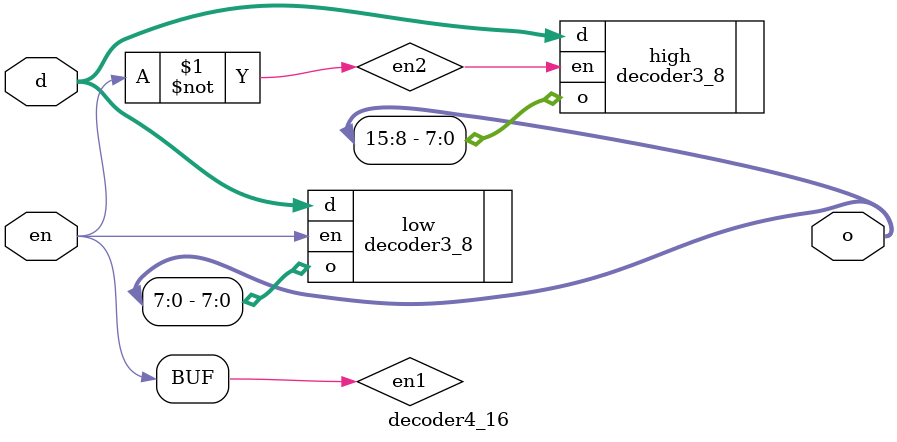
<source format=v>
`timescale 1ns / 1ps

module decoder4_16(
    input [2:0] d,
    input en,
    output [15:0] o
);
    wire en1, en2;
    assign en1 = en;
    assign en2 = ~en;
    
    decoder3_8 low(.en(en1), .d(d), .o(o[7:0]));
    decoder3_8 high(.en(en2), .d(d), .o(o[15:8]));

endmodule
</source>
